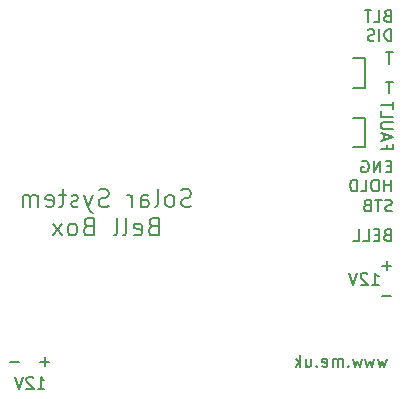
<source format=gbr>
%TF.GenerationSoftware,KiCad,Pcbnew,(6.0.2-0)*%
%TF.CreationDate,2022-02-18T15:09:58+00:00*%
%TF.ProjectId,Bell,42656c6c-2e6b-4696-9361-645f70636258,2*%
%TF.SameCoordinates,Original*%
%TF.FileFunction,Legend,Bot*%
%TF.FilePolarity,Positive*%
%FSLAX46Y46*%
G04 Gerber Fmt 4.6, Leading zero omitted, Abs format (unit mm)*
G04 Created by KiCad (PCBNEW (6.0.2-0)) date 2022-02-18 15:09:58*
%MOMM*%
%LPD*%
G01*
G04 APERTURE LIST*
%ADD10C,0.150000*%
%ADD11C,0.200000*%
G04 APERTURE END LIST*
D10*
X104000000Y-38100000D02*
X104000000Y-40600000D01*
X104000000Y-45600000D02*
X103000000Y-45600000D01*
X103000000Y-38100000D02*
X104000000Y-38100000D01*
X103000000Y-43100000D02*
X104000000Y-43100000D01*
X104000000Y-40600000D02*
X103000000Y-40600000D01*
X104000000Y-43100000D02*
X104000000Y-45600000D01*
X106248094Y-55671428D02*
X105486190Y-55671428D01*
X105867142Y-56052380D02*
X105867142Y-55290476D01*
X105914761Y-34473571D02*
X105771904Y-34521190D01*
X105724285Y-34568809D01*
X105676666Y-34664047D01*
X105676666Y-34806904D01*
X105724285Y-34902142D01*
X105771904Y-34949761D01*
X105867142Y-34997380D01*
X106248094Y-34997380D01*
X106248094Y-33997380D01*
X105914761Y-33997380D01*
X105819523Y-34045000D01*
X105771904Y-34092619D01*
X105724285Y-34187857D01*
X105724285Y-34283095D01*
X105771904Y-34378333D01*
X105819523Y-34425952D01*
X105914761Y-34473571D01*
X106248094Y-34473571D01*
X104771904Y-34997380D02*
X105248094Y-34997380D01*
X105248094Y-33997380D01*
X104581428Y-33997380D02*
X104009999Y-33997380D01*
X104295713Y-34997380D02*
X104295713Y-33997380D01*
X106248094Y-36607380D02*
X106248094Y-35607380D01*
X106009999Y-35607380D01*
X105867142Y-35655000D01*
X105771904Y-35750238D01*
X105724285Y-35845476D01*
X105676666Y-36035952D01*
X105676666Y-36178809D01*
X105724285Y-36369285D01*
X105771904Y-36464523D01*
X105867142Y-36559761D01*
X106009999Y-36607380D01*
X106248094Y-36607380D01*
X105248094Y-36607380D02*
X105248094Y-35607380D01*
X104819523Y-36559761D02*
X104676666Y-36607380D01*
X104438570Y-36607380D01*
X104343332Y-36559761D01*
X104295713Y-36512142D01*
X104248094Y-36416904D01*
X104248094Y-36321666D01*
X104295713Y-36226428D01*
X104343332Y-36178809D01*
X104438570Y-36131190D01*
X104629047Y-36083571D01*
X104724285Y-36035952D01*
X104771904Y-35988333D01*
X104819523Y-35893095D01*
X104819523Y-35797857D01*
X104771904Y-35702619D01*
X104724285Y-35655000D01*
X104629047Y-35607380D01*
X104390951Y-35607380D01*
X104248094Y-35655000D01*
X105914761Y-53028571D02*
X105771904Y-53076190D01*
X105724285Y-53123809D01*
X105676666Y-53219047D01*
X105676666Y-53361904D01*
X105724285Y-53457142D01*
X105771904Y-53504761D01*
X105867142Y-53552380D01*
X106248094Y-53552380D01*
X106248094Y-52552380D01*
X105914761Y-52552380D01*
X105819523Y-52600000D01*
X105771904Y-52647619D01*
X105724285Y-52742857D01*
X105724285Y-52838095D01*
X105771904Y-52933333D01*
X105819523Y-52980952D01*
X105914761Y-53028571D01*
X106248094Y-53028571D01*
X105248094Y-53028571D02*
X104914761Y-53028571D01*
X104771904Y-53552380D02*
X105248094Y-53552380D01*
X105248094Y-52552380D01*
X104771904Y-52552380D01*
X103867142Y-53552380D02*
X104343332Y-53552380D01*
X104343332Y-52552380D01*
X103057618Y-53552380D02*
X103533809Y-53552380D01*
X103533809Y-52552380D01*
X105897618Y-45445238D02*
X105897618Y-45778571D01*
X105373809Y-45778571D02*
X106373809Y-45778571D01*
X106373809Y-45302380D01*
X105659523Y-44969047D02*
X105659523Y-44492857D01*
X105373809Y-45064285D02*
X106373809Y-44730952D01*
X105373809Y-44397619D01*
X106373809Y-44064285D02*
X105564285Y-44064285D01*
X105469047Y-44016666D01*
X105421428Y-43969047D01*
X105373809Y-43873809D01*
X105373809Y-43683333D01*
X105421428Y-43588095D01*
X105469047Y-43540476D01*
X105564285Y-43492857D01*
X106373809Y-43492857D01*
X105373809Y-42540476D02*
X105373809Y-43016666D01*
X106373809Y-43016666D01*
X106373809Y-42350000D02*
X106373809Y-41778571D01*
X105373809Y-42064285D02*
X106373809Y-42064285D01*
X106295713Y-51004761D02*
X106152856Y-51052380D01*
X105914761Y-51052380D01*
X105819523Y-51004761D01*
X105771904Y-50957142D01*
X105724285Y-50861904D01*
X105724285Y-50766666D01*
X105771904Y-50671428D01*
X105819523Y-50623809D01*
X105914761Y-50576190D01*
X106105237Y-50528571D01*
X106200475Y-50480952D01*
X106248094Y-50433333D01*
X106295713Y-50338095D01*
X106295713Y-50242857D01*
X106248094Y-50147619D01*
X106200475Y-50100000D01*
X106105237Y-50052380D01*
X105867142Y-50052380D01*
X105724285Y-50100000D01*
X105438570Y-50052380D02*
X104867142Y-50052380D01*
X105152856Y-51052380D02*
X105152856Y-50052380D01*
X104200475Y-50528571D02*
X104057618Y-50576190D01*
X104009999Y-50623809D01*
X103962380Y-50719047D01*
X103962380Y-50861904D01*
X104009999Y-50957142D01*
X104057618Y-51004761D01*
X104152856Y-51052380D01*
X104533809Y-51052380D01*
X104533809Y-50052380D01*
X104200475Y-50052380D01*
X104105237Y-50100000D01*
X104057618Y-50147619D01*
X104009999Y-50242857D01*
X104009999Y-50338095D01*
X104057618Y-50433333D01*
X104105237Y-50480952D01*
X104200475Y-50528571D01*
X104533809Y-50528571D01*
X106248094Y-58171428D02*
X105486190Y-58171428D01*
X104619047Y-57252380D02*
X105190476Y-57252380D01*
X104904761Y-57252380D02*
X104904761Y-56252380D01*
X105000000Y-56395238D01*
X105095238Y-56490476D01*
X105190476Y-56538095D01*
X104238095Y-56347619D02*
X104190476Y-56300000D01*
X104095238Y-56252380D01*
X103857142Y-56252380D01*
X103761904Y-56300000D01*
X103714285Y-56347619D01*
X103666666Y-56442857D01*
X103666666Y-56538095D01*
X103714285Y-56680952D01*
X104285714Y-57252380D01*
X103666666Y-57252380D01*
X103380952Y-56252380D02*
X103047619Y-57252380D01*
X102714285Y-56252380D01*
X77280952Y-63771428D02*
X76519047Y-63771428D01*
X76900000Y-64152380D02*
X76900000Y-63390476D01*
X106390951Y-40052380D02*
X105819523Y-40052380D01*
X106105237Y-41052380D02*
X106105237Y-40052380D01*
D11*
X89328571Y-50599642D02*
X89114285Y-50671071D01*
X88757142Y-50671071D01*
X88614285Y-50599642D01*
X88542857Y-50528214D01*
X88471428Y-50385357D01*
X88471428Y-50242500D01*
X88542857Y-50099642D01*
X88614285Y-50028214D01*
X88757142Y-49956785D01*
X89042857Y-49885357D01*
X89185714Y-49813928D01*
X89257142Y-49742500D01*
X89328571Y-49599642D01*
X89328571Y-49456785D01*
X89257142Y-49313928D01*
X89185714Y-49242500D01*
X89042857Y-49171071D01*
X88685714Y-49171071D01*
X88471428Y-49242500D01*
X87614285Y-50671071D02*
X87757142Y-50599642D01*
X87828571Y-50528214D01*
X87900000Y-50385357D01*
X87900000Y-49956785D01*
X87828571Y-49813928D01*
X87757142Y-49742500D01*
X87614285Y-49671071D01*
X87400000Y-49671071D01*
X87257142Y-49742500D01*
X87185714Y-49813928D01*
X87114285Y-49956785D01*
X87114285Y-50385357D01*
X87185714Y-50528214D01*
X87257142Y-50599642D01*
X87400000Y-50671071D01*
X87614285Y-50671071D01*
X86257142Y-50671071D02*
X86400000Y-50599642D01*
X86471428Y-50456785D01*
X86471428Y-49171071D01*
X85042857Y-50671071D02*
X85042857Y-49885357D01*
X85114285Y-49742500D01*
X85257142Y-49671071D01*
X85542857Y-49671071D01*
X85685714Y-49742500D01*
X85042857Y-50599642D02*
X85185714Y-50671071D01*
X85542857Y-50671071D01*
X85685714Y-50599642D01*
X85757142Y-50456785D01*
X85757142Y-50313928D01*
X85685714Y-50171071D01*
X85542857Y-50099642D01*
X85185714Y-50099642D01*
X85042857Y-50028214D01*
X84328571Y-50671071D02*
X84328571Y-49671071D01*
X84328571Y-49956785D02*
X84257142Y-49813928D01*
X84185714Y-49742500D01*
X84042857Y-49671071D01*
X83900000Y-49671071D01*
X82328571Y-50599642D02*
X82114285Y-50671071D01*
X81757142Y-50671071D01*
X81614285Y-50599642D01*
X81542857Y-50528214D01*
X81471428Y-50385357D01*
X81471428Y-50242500D01*
X81542857Y-50099642D01*
X81614285Y-50028214D01*
X81757142Y-49956785D01*
X82042857Y-49885357D01*
X82185714Y-49813928D01*
X82257142Y-49742500D01*
X82328571Y-49599642D01*
X82328571Y-49456785D01*
X82257142Y-49313928D01*
X82185714Y-49242500D01*
X82042857Y-49171071D01*
X81685714Y-49171071D01*
X81471428Y-49242500D01*
X80971428Y-49671071D02*
X80614285Y-50671071D01*
X80257142Y-49671071D02*
X80614285Y-50671071D01*
X80757142Y-51028214D01*
X80828571Y-51099642D01*
X80971428Y-51171071D01*
X79757142Y-50599642D02*
X79614285Y-50671071D01*
X79328571Y-50671071D01*
X79185714Y-50599642D01*
X79114285Y-50456785D01*
X79114285Y-50385357D01*
X79185714Y-50242500D01*
X79328571Y-50171071D01*
X79542857Y-50171071D01*
X79685714Y-50099642D01*
X79757142Y-49956785D01*
X79757142Y-49885357D01*
X79685714Y-49742500D01*
X79542857Y-49671071D01*
X79328571Y-49671071D01*
X79185714Y-49742500D01*
X78685714Y-49671071D02*
X78114285Y-49671071D01*
X78471428Y-49171071D02*
X78471428Y-50456785D01*
X78400000Y-50599642D01*
X78257142Y-50671071D01*
X78114285Y-50671071D01*
X77042857Y-50599642D02*
X77185714Y-50671071D01*
X77471428Y-50671071D01*
X77614285Y-50599642D01*
X77685714Y-50456785D01*
X77685714Y-49885357D01*
X77614285Y-49742500D01*
X77471428Y-49671071D01*
X77185714Y-49671071D01*
X77042857Y-49742500D01*
X76971428Y-49885357D01*
X76971428Y-50028214D01*
X77685714Y-50171071D01*
X76328571Y-50671071D02*
X76328571Y-49671071D01*
X76328571Y-49813928D02*
X76257142Y-49742500D01*
X76114285Y-49671071D01*
X75900000Y-49671071D01*
X75757142Y-49742500D01*
X75685714Y-49885357D01*
X75685714Y-50671071D01*
X75685714Y-49885357D02*
X75614285Y-49742500D01*
X75471428Y-49671071D01*
X75257142Y-49671071D01*
X75114285Y-49742500D01*
X75042857Y-49885357D01*
X75042857Y-50671071D01*
X86078571Y-52300357D02*
X85864285Y-52371785D01*
X85792857Y-52443214D01*
X85721428Y-52586071D01*
X85721428Y-52800357D01*
X85792857Y-52943214D01*
X85864285Y-53014642D01*
X86007142Y-53086071D01*
X86578571Y-53086071D01*
X86578571Y-51586071D01*
X86078571Y-51586071D01*
X85935714Y-51657500D01*
X85864285Y-51728928D01*
X85792857Y-51871785D01*
X85792857Y-52014642D01*
X85864285Y-52157500D01*
X85935714Y-52228928D01*
X86078571Y-52300357D01*
X86578571Y-52300357D01*
X84507142Y-53014642D02*
X84650000Y-53086071D01*
X84935714Y-53086071D01*
X85078571Y-53014642D01*
X85150000Y-52871785D01*
X85150000Y-52300357D01*
X85078571Y-52157500D01*
X84935714Y-52086071D01*
X84650000Y-52086071D01*
X84507142Y-52157500D01*
X84435714Y-52300357D01*
X84435714Y-52443214D01*
X85150000Y-52586071D01*
X83578571Y-53086071D02*
X83721428Y-53014642D01*
X83792857Y-52871785D01*
X83792857Y-51586071D01*
X82792857Y-53086071D02*
X82935714Y-53014642D01*
X83007142Y-52871785D01*
X83007142Y-51586071D01*
X80578571Y-52300357D02*
X80364285Y-52371785D01*
X80292857Y-52443214D01*
X80221428Y-52586071D01*
X80221428Y-52800357D01*
X80292857Y-52943214D01*
X80364285Y-53014642D01*
X80507142Y-53086071D01*
X81078571Y-53086071D01*
X81078571Y-51586071D01*
X80578571Y-51586071D01*
X80435714Y-51657500D01*
X80364285Y-51728928D01*
X80292857Y-51871785D01*
X80292857Y-52014642D01*
X80364285Y-52157500D01*
X80435714Y-52228928D01*
X80578571Y-52300357D01*
X81078571Y-52300357D01*
X79364285Y-53086071D02*
X79507142Y-53014642D01*
X79578571Y-52943214D01*
X79650000Y-52800357D01*
X79650000Y-52371785D01*
X79578571Y-52228928D01*
X79507142Y-52157500D01*
X79364285Y-52086071D01*
X79150000Y-52086071D01*
X79007142Y-52157500D01*
X78935714Y-52228928D01*
X78864285Y-52371785D01*
X78864285Y-52800357D01*
X78935714Y-52943214D01*
X79007142Y-53014642D01*
X79150000Y-53086071D01*
X79364285Y-53086071D01*
X78364285Y-53086071D02*
X77578571Y-52086071D01*
X78364285Y-52086071D02*
X77578571Y-53086071D01*
D10*
X105857142Y-63535714D02*
X105666666Y-64202380D01*
X105476190Y-63726190D01*
X105285714Y-64202380D01*
X105095238Y-63535714D01*
X104809523Y-63535714D02*
X104619047Y-64202380D01*
X104428571Y-63726190D01*
X104238095Y-64202380D01*
X104047619Y-63535714D01*
X103761904Y-63535714D02*
X103571428Y-64202380D01*
X103380952Y-63726190D01*
X103190476Y-64202380D01*
X103000000Y-63535714D01*
X102619047Y-64107142D02*
X102571428Y-64154761D01*
X102619047Y-64202380D01*
X102666666Y-64154761D01*
X102619047Y-64107142D01*
X102619047Y-64202380D01*
X102142857Y-64202380D02*
X102142857Y-63535714D01*
X102142857Y-63630952D02*
X102095238Y-63583333D01*
X102000000Y-63535714D01*
X101857142Y-63535714D01*
X101761904Y-63583333D01*
X101714285Y-63678571D01*
X101714285Y-64202380D01*
X101714285Y-63678571D02*
X101666666Y-63583333D01*
X101571428Y-63535714D01*
X101428571Y-63535714D01*
X101333333Y-63583333D01*
X101285714Y-63678571D01*
X101285714Y-64202380D01*
X100428571Y-64154761D02*
X100523809Y-64202380D01*
X100714285Y-64202380D01*
X100809523Y-64154761D01*
X100857142Y-64059523D01*
X100857142Y-63678571D01*
X100809523Y-63583333D01*
X100714285Y-63535714D01*
X100523809Y-63535714D01*
X100428571Y-63583333D01*
X100380952Y-63678571D01*
X100380952Y-63773809D01*
X100857142Y-63869047D01*
X99952380Y-64107142D02*
X99904761Y-64154761D01*
X99952380Y-64202380D01*
X100000000Y-64154761D01*
X99952380Y-64107142D01*
X99952380Y-64202380D01*
X99047619Y-63535714D02*
X99047619Y-64202380D01*
X99476190Y-63535714D02*
X99476190Y-64059523D01*
X99428571Y-64154761D01*
X99333333Y-64202380D01*
X99190476Y-64202380D01*
X99095238Y-64154761D01*
X99047619Y-64107142D01*
X98571428Y-64202380D02*
X98571428Y-63202380D01*
X98476190Y-63821428D02*
X98190476Y-64202380D01*
X98190476Y-63535714D02*
X98571428Y-63916666D01*
X106248094Y-47223571D02*
X105914761Y-47223571D01*
X105771904Y-47747380D02*
X106248094Y-47747380D01*
X106248094Y-46747380D01*
X105771904Y-46747380D01*
X105343332Y-47747380D02*
X105343332Y-46747380D01*
X104771904Y-47747380D01*
X104771904Y-46747380D01*
X103771904Y-46795000D02*
X103867142Y-46747380D01*
X104009999Y-46747380D01*
X104152856Y-46795000D01*
X104248094Y-46890238D01*
X104295713Y-46985476D01*
X104343332Y-47175952D01*
X104343332Y-47318809D01*
X104295713Y-47509285D01*
X104248094Y-47604523D01*
X104152856Y-47699761D01*
X104009999Y-47747380D01*
X103914761Y-47747380D01*
X103771904Y-47699761D01*
X103724285Y-47652142D01*
X103724285Y-47318809D01*
X103914761Y-47318809D01*
X106248094Y-49357380D02*
X106248094Y-48357380D01*
X106248094Y-48833571D02*
X105676666Y-48833571D01*
X105676666Y-49357380D02*
X105676666Y-48357380D01*
X105009999Y-48357380D02*
X104819523Y-48357380D01*
X104724285Y-48405000D01*
X104629047Y-48500238D01*
X104581428Y-48690714D01*
X104581428Y-49024047D01*
X104629047Y-49214523D01*
X104724285Y-49309761D01*
X104819523Y-49357380D01*
X105009999Y-49357380D01*
X105105237Y-49309761D01*
X105200475Y-49214523D01*
X105248094Y-49024047D01*
X105248094Y-48690714D01*
X105200475Y-48500238D01*
X105105237Y-48405000D01*
X105009999Y-48357380D01*
X103676666Y-49357380D02*
X104152856Y-49357380D01*
X104152856Y-48357380D01*
X103343332Y-49357380D02*
X103343332Y-48357380D01*
X103105237Y-48357380D01*
X102962380Y-48405000D01*
X102867142Y-48500238D01*
X102819523Y-48595476D01*
X102771904Y-48785952D01*
X102771904Y-48928809D01*
X102819523Y-49119285D01*
X102867142Y-49214523D01*
X102962380Y-49309761D01*
X103105237Y-49357380D01*
X103343332Y-49357380D01*
X74780952Y-63771428D02*
X74019047Y-63771428D01*
X76319047Y-66052380D02*
X76890476Y-66052380D01*
X76604761Y-66052380D02*
X76604761Y-65052380D01*
X76700000Y-65195238D01*
X76795238Y-65290476D01*
X76890476Y-65338095D01*
X75938095Y-65147619D02*
X75890476Y-65100000D01*
X75795238Y-65052380D01*
X75557142Y-65052380D01*
X75461904Y-65100000D01*
X75414285Y-65147619D01*
X75366666Y-65242857D01*
X75366666Y-65338095D01*
X75414285Y-65480952D01*
X75985714Y-66052380D01*
X75366666Y-66052380D01*
X75080952Y-65052380D02*
X74747619Y-66052380D01*
X74414285Y-65052380D01*
X106390951Y-37552380D02*
X105819523Y-37552380D01*
X106105237Y-38552380D02*
X106105237Y-37552380D01*
M02*

</source>
